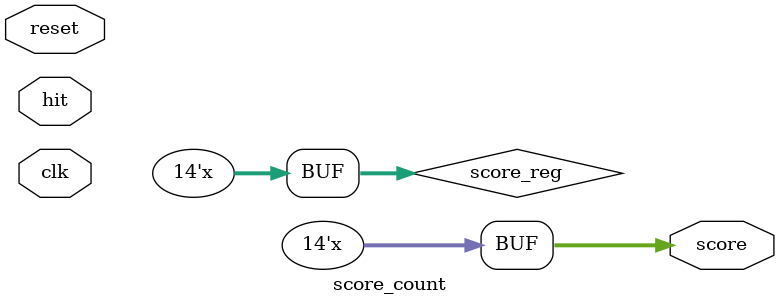
<source format=v>
`timescale 1ns / 1ps


module score_count(
    input clk,
    input hit,
    input reset,
    output [13:0] score
    );
    
    reg [13:0] score_reg;
    reg [13:0] count;
    
    initial begin
        score_reg = 0;
        count = 0;
    end
    
    always @(posedge clk) begin
        if (reset) score_reg = 0;
        if (~hit) count = count + 1;
    end
    
    always @(count) begin
        score_reg = score_reg + 1;
    end
    
    assign score = score_reg;
    
endmodule

</source>
